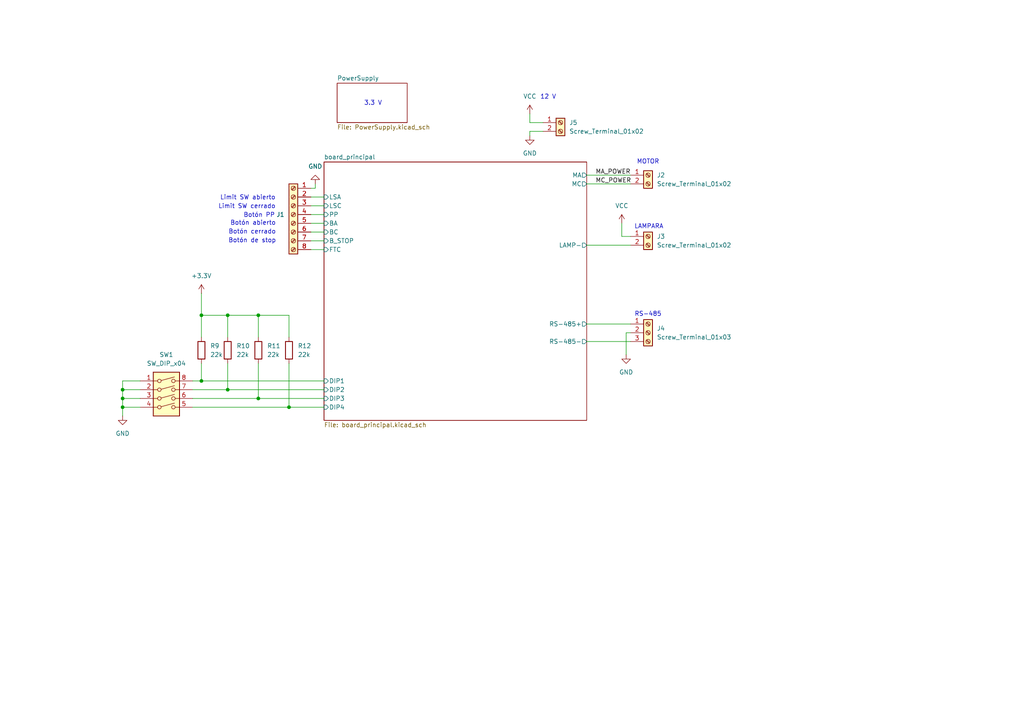
<source format=kicad_sch>
(kicad_sch
	(version 20250114)
	(generator "eeschema")
	(generator_version "9.0")
	(uuid "1b977d99-1d22-4971-9e37-13f65a474bc7")
	(paper "A4")
	(lib_symbols
		(symbol "Connector:Screw_Terminal_01x02"
			(pin_names
				(offset 1.016)
				(hide yes)
			)
			(exclude_from_sim no)
			(in_bom yes)
			(on_board yes)
			(property "Reference" "J"
				(at 0 2.54 0)
				(effects
					(font
						(size 1.27 1.27)
					)
				)
			)
			(property "Value" "Screw_Terminal_01x02"
				(at 0 -5.08 0)
				(effects
					(font
						(size 1.27 1.27)
					)
				)
			)
			(property "Footprint" ""
				(at 0 0 0)
				(effects
					(font
						(size 1.27 1.27)
					)
					(hide yes)
				)
			)
			(property "Datasheet" "~"
				(at 0 0 0)
				(effects
					(font
						(size 1.27 1.27)
					)
					(hide yes)
				)
			)
			(property "Description" "Generic screw terminal, single row, 01x02, script generated (kicad-library-utils/schlib/autogen/connector/)"
				(at 0 0 0)
				(effects
					(font
						(size 1.27 1.27)
					)
					(hide yes)
				)
			)
			(property "ki_keywords" "screw terminal"
				(at 0 0 0)
				(effects
					(font
						(size 1.27 1.27)
					)
					(hide yes)
				)
			)
			(property "ki_fp_filters" "TerminalBlock*:*"
				(at 0 0 0)
				(effects
					(font
						(size 1.27 1.27)
					)
					(hide yes)
				)
			)
			(symbol "Screw_Terminal_01x02_1_1"
				(rectangle
					(start -1.27 1.27)
					(end 1.27 -3.81)
					(stroke
						(width 0.254)
						(type default)
					)
					(fill
						(type background)
					)
				)
				(polyline
					(pts
						(xy -0.5334 0.3302) (xy 0.3302 -0.508)
					)
					(stroke
						(width 0.1524)
						(type default)
					)
					(fill
						(type none)
					)
				)
				(polyline
					(pts
						(xy -0.5334 -2.2098) (xy 0.3302 -3.048)
					)
					(stroke
						(width 0.1524)
						(type default)
					)
					(fill
						(type none)
					)
				)
				(polyline
					(pts
						(xy -0.3556 0.508) (xy 0.508 -0.3302)
					)
					(stroke
						(width 0.1524)
						(type default)
					)
					(fill
						(type none)
					)
				)
				(polyline
					(pts
						(xy -0.3556 -2.032) (xy 0.508 -2.8702)
					)
					(stroke
						(width 0.1524)
						(type default)
					)
					(fill
						(type none)
					)
				)
				(circle
					(center 0 0)
					(radius 0.635)
					(stroke
						(width 0.1524)
						(type default)
					)
					(fill
						(type none)
					)
				)
				(circle
					(center 0 -2.54)
					(radius 0.635)
					(stroke
						(width 0.1524)
						(type default)
					)
					(fill
						(type none)
					)
				)
				(pin passive line
					(at -5.08 0 0)
					(length 3.81)
					(name "Pin_1"
						(effects
							(font
								(size 1.27 1.27)
							)
						)
					)
					(number "1"
						(effects
							(font
								(size 1.27 1.27)
							)
						)
					)
				)
				(pin passive line
					(at -5.08 -2.54 0)
					(length 3.81)
					(name "Pin_2"
						(effects
							(font
								(size 1.27 1.27)
							)
						)
					)
					(number "2"
						(effects
							(font
								(size 1.27 1.27)
							)
						)
					)
				)
			)
			(embedded_fonts no)
		)
		(symbol "Connector:Screw_Terminal_01x03"
			(pin_names
				(offset 1.016)
				(hide yes)
			)
			(exclude_from_sim no)
			(in_bom yes)
			(on_board yes)
			(property "Reference" "J"
				(at 0 5.08 0)
				(effects
					(font
						(size 1.27 1.27)
					)
				)
			)
			(property "Value" "Screw_Terminal_01x03"
				(at 0 -5.08 0)
				(effects
					(font
						(size 1.27 1.27)
					)
				)
			)
			(property "Footprint" ""
				(at 0 0 0)
				(effects
					(font
						(size 1.27 1.27)
					)
					(hide yes)
				)
			)
			(property "Datasheet" "~"
				(at 0 0 0)
				(effects
					(font
						(size 1.27 1.27)
					)
					(hide yes)
				)
			)
			(property "Description" "Generic screw terminal, single row, 01x03, script generated (kicad-library-utils/schlib/autogen/connector/)"
				(at 0 0 0)
				(effects
					(font
						(size 1.27 1.27)
					)
					(hide yes)
				)
			)
			(property "ki_keywords" "screw terminal"
				(at 0 0 0)
				(effects
					(font
						(size 1.27 1.27)
					)
					(hide yes)
				)
			)
			(property "ki_fp_filters" "TerminalBlock*:*"
				(at 0 0 0)
				(effects
					(font
						(size 1.27 1.27)
					)
					(hide yes)
				)
			)
			(symbol "Screw_Terminal_01x03_1_1"
				(rectangle
					(start -1.27 3.81)
					(end 1.27 -3.81)
					(stroke
						(width 0.254)
						(type default)
					)
					(fill
						(type background)
					)
				)
				(polyline
					(pts
						(xy -0.5334 2.8702) (xy 0.3302 2.032)
					)
					(stroke
						(width 0.1524)
						(type default)
					)
					(fill
						(type none)
					)
				)
				(polyline
					(pts
						(xy -0.5334 0.3302) (xy 0.3302 -0.508)
					)
					(stroke
						(width 0.1524)
						(type default)
					)
					(fill
						(type none)
					)
				)
				(polyline
					(pts
						(xy -0.5334 -2.2098) (xy 0.3302 -3.048)
					)
					(stroke
						(width 0.1524)
						(type default)
					)
					(fill
						(type none)
					)
				)
				(polyline
					(pts
						(xy -0.3556 3.048) (xy 0.508 2.2098)
					)
					(stroke
						(width 0.1524)
						(type default)
					)
					(fill
						(type none)
					)
				)
				(polyline
					(pts
						(xy -0.3556 0.508) (xy 0.508 -0.3302)
					)
					(stroke
						(width 0.1524)
						(type default)
					)
					(fill
						(type none)
					)
				)
				(polyline
					(pts
						(xy -0.3556 -2.032) (xy 0.508 -2.8702)
					)
					(stroke
						(width 0.1524)
						(type default)
					)
					(fill
						(type none)
					)
				)
				(circle
					(center 0 2.54)
					(radius 0.635)
					(stroke
						(width 0.1524)
						(type default)
					)
					(fill
						(type none)
					)
				)
				(circle
					(center 0 0)
					(radius 0.635)
					(stroke
						(width 0.1524)
						(type default)
					)
					(fill
						(type none)
					)
				)
				(circle
					(center 0 -2.54)
					(radius 0.635)
					(stroke
						(width 0.1524)
						(type default)
					)
					(fill
						(type none)
					)
				)
				(pin passive line
					(at -5.08 2.54 0)
					(length 3.81)
					(name "Pin_1"
						(effects
							(font
								(size 1.27 1.27)
							)
						)
					)
					(number "1"
						(effects
							(font
								(size 1.27 1.27)
							)
						)
					)
				)
				(pin passive line
					(at -5.08 0 0)
					(length 3.81)
					(name "Pin_2"
						(effects
							(font
								(size 1.27 1.27)
							)
						)
					)
					(number "2"
						(effects
							(font
								(size 1.27 1.27)
							)
						)
					)
				)
				(pin passive line
					(at -5.08 -2.54 0)
					(length 3.81)
					(name "Pin_3"
						(effects
							(font
								(size 1.27 1.27)
							)
						)
					)
					(number "3"
						(effects
							(font
								(size 1.27 1.27)
							)
						)
					)
				)
			)
			(embedded_fonts no)
		)
		(symbol "Connector:Screw_Terminal_01x08"
			(pin_names
				(offset 1.016)
				(hide yes)
			)
			(exclude_from_sim no)
			(in_bom yes)
			(on_board yes)
			(property "Reference" "J"
				(at 0 10.16 0)
				(effects
					(font
						(size 1.27 1.27)
					)
				)
			)
			(property "Value" "Screw_Terminal_01x08"
				(at 0 -12.7 0)
				(effects
					(font
						(size 1.27 1.27)
					)
				)
			)
			(property "Footprint" ""
				(at 0 0 0)
				(effects
					(font
						(size 1.27 1.27)
					)
					(hide yes)
				)
			)
			(property "Datasheet" "~"
				(at 0 0 0)
				(effects
					(font
						(size 1.27 1.27)
					)
					(hide yes)
				)
			)
			(property "Description" "Generic screw terminal, single row, 01x08, script generated (kicad-library-utils/schlib/autogen/connector/)"
				(at 0 0 0)
				(effects
					(font
						(size 1.27 1.27)
					)
					(hide yes)
				)
			)
			(property "ki_keywords" "screw terminal"
				(at 0 0 0)
				(effects
					(font
						(size 1.27 1.27)
					)
					(hide yes)
				)
			)
			(property "ki_fp_filters" "TerminalBlock*:*"
				(at 0 0 0)
				(effects
					(font
						(size 1.27 1.27)
					)
					(hide yes)
				)
			)
			(symbol "Screw_Terminal_01x08_1_1"
				(rectangle
					(start -1.27 8.89)
					(end 1.27 -11.43)
					(stroke
						(width 0.254)
						(type default)
					)
					(fill
						(type background)
					)
				)
				(polyline
					(pts
						(xy -0.5334 7.9502) (xy 0.3302 7.112)
					)
					(stroke
						(width 0.1524)
						(type default)
					)
					(fill
						(type none)
					)
				)
				(polyline
					(pts
						(xy -0.5334 5.4102) (xy 0.3302 4.572)
					)
					(stroke
						(width 0.1524)
						(type default)
					)
					(fill
						(type none)
					)
				)
				(polyline
					(pts
						(xy -0.5334 2.8702) (xy 0.3302 2.032)
					)
					(stroke
						(width 0.1524)
						(type default)
					)
					(fill
						(type none)
					)
				)
				(polyline
					(pts
						(xy -0.5334 0.3302) (xy 0.3302 -0.508)
					)
					(stroke
						(width 0.1524)
						(type default)
					)
					(fill
						(type none)
					)
				)
				(polyline
					(pts
						(xy -0.5334 -2.2098) (xy 0.3302 -3.048)
					)
					(stroke
						(width 0.1524)
						(type default)
					)
					(fill
						(type none)
					)
				)
				(polyline
					(pts
						(xy -0.5334 -4.7498) (xy 0.3302 -5.588)
					)
					(stroke
						(width 0.1524)
						(type default)
					)
					(fill
						(type none)
					)
				)
				(polyline
					(pts
						(xy -0.5334 -7.2898) (xy 0.3302 -8.128)
					)
					(stroke
						(width 0.1524)
						(type default)
					)
					(fill
						(type none)
					)
				)
				(polyline
					(pts
						(xy -0.5334 -9.8298) (xy 0.3302 -10.668)
					)
					(stroke
						(width 0.1524)
						(type default)
					)
					(fill
						(type none)
					)
				)
				(polyline
					(pts
						(xy -0.3556 8.128) (xy 0.508 7.2898)
					)
					(stroke
						(width 0.1524)
						(type default)
					)
					(fill
						(type none)
					)
				)
				(polyline
					(pts
						(xy -0.3556 5.588) (xy 0.508 4.7498)
					)
					(stroke
						(width 0.1524)
						(type default)
					)
					(fill
						(type none)
					)
				)
				(polyline
					(pts
						(xy -0.3556 3.048) (xy 0.508 2.2098)
					)
					(stroke
						(width 0.1524)
						(type default)
					)
					(fill
						(type none)
					)
				)
				(polyline
					(pts
						(xy -0.3556 0.508) (xy 0.508 -0.3302)
					)
					(stroke
						(width 0.1524)
						(type default)
					)
					(fill
						(type none)
					)
				)
				(polyline
					(pts
						(xy -0.3556 -2.032) (xy 0.508 -2.8702)
					)
					(stroke
						(width 0.1524)
						(type default)
					)
					(fill
						(type none)
					)
				)
				(polyline
					(pts
						(xy -0.3556 -4.572) (xy 0.508 -5.4102)
					)
					(stroke
						(width 0.1524)
						(type default)
					)
					(fill
						(type none)
					)
				)
				(polyline
					(pts
						(xy -0.3556 -7.112) (xy 0.508 -7.9502)
					)
					(stroke
						(width 0.1524)
						(type default)
					)
					(fill
						(type none)
					)
				)
				(polyline
					(pts
						(xy -0.3556 -9.652) (xy 0.508 -10.4902)
					)
					(stroke
						(width 0.1524)
						(type default)
					)
					(fill
						(type none)
					)
				)
				(circle
					(center 0 7.62)
					(radius 0.635)
					(stroke
						(width 0.1524)
						(type default)
					)
					(fill
						(type none)
					)
				)
				(circle
					(center 0 5.08)
					(radius 0.635)
					(stroke
						(width 0.1524)
						(type default)
					)
					(fill
						(type none)
					)
				)
				(circle
					(center 0 2.54)
					(radius 0.635)
					(stroke
						(width 0.1524)
						(type default)
					)
					(fill
						(type none)
					)
				)
				(circle
					(center 0 0)
					(radius 0.635)
					(stroke
						(width 0.1524)
						(type default)
					)
					(fill
						(type none)
					)
				)
				(circle
					(center 0 -2.54)
					(radius 0.635)
					(stroke
						(width 0.1524)
						(type default)
					)
					(fill
						(type none)
					)
				)
				(circle
					(center 0 -5.08)
					(radius 0.635)
					(stroke
						(width 0.1524)
						(type default)
					)
					(fill
						(type none)
					)
				)
				(circle
					(center 0 -7.62)
					(radius 0.635)
					(stroke
						(width 0.1524)
						(type default)
					)
					(fill
						(type none)
					)
				)
				(circle
					(center 0 -10.16)
					(radius 0.635)
					(stroke
						(width 0.1524)
						(type default)
					)
					(fill
						(type none)
					)
				)
				(pin passive line
					(at -5.08 7.62 0)
					(length 3.81)
					(name "Pin_1"
						(effects
							(font
								(size 1.27 1.27)
							)
						)
					)
					(number "1"
						(effects
							(font
								(size 1.27 1.27)
							)
						)
					)
				)
				(pin passive line
					(at -5.08 5.08 0)
					(length 3.81)
					(name "Pin_2"
						(effects
							(font
								(size 1.27 1.27)
							)
						)
					)
					(number "2"
						(effects
							(font
								(size 1.27 1.27)
							)
						)
					)
				)
				(pin passive line
					(at -5.08 2.54 0)
					(length 3.81)
					(name "Pin_3"
						(effects
							(font
								(size 1.27 1.27)
							)
						)
					)
					(number "3"
						(effects
							(font
								(size 1.27 1.27)
							)
						)
					)
				)
				(pin passive line
					(at -5.08 0 0)
					(length 3.81)
					(name "Pin_4"
						(effects
							(font
								(size 1.27 1.27)
							)
						)
					)
					(number "4"
						(effects
							(font
								(size 1.27 1.27)
							)
						)
					)
				)
				(pin passive line
					(at -5.08 -2.54 0)
					(length 3.81)
					(name "Pin_5"
						(effects
							(font
								(size 1.27 1.27)
							)
						)
					)
					(number "5"
						(effects
							(font
								(size 1.27 1.27)
							)
						)
					)
				)
				(pin passive line
					(at -5.08 -5.08 0)
					(length 3.81)
					(name "Pin_6"
						(effects
							(font
								(size 1.27 1.27)
							)
						)
					)
					(number "6"
						(effects
							(font
								(size 1.27 1.27)
							)
						)
					)
				)
				(pin passive line
					(at -5.08 -7.62 0)
					(length 3.81)
					(name "Pin_7"
						(effects
							(font
								(size 1.27 1.27)
							)
						)
					)
					(number "7"
						(effects
							(font
								(size 1.27 1.27)
							)
						)
					)
				)
				(pin passive line
					(at -5.08 -10.16 0)
					(length 3.81)
					(name "Pin_8"
						(effects
							(font
								(size 1.27 1.27)
							)
						)
					)
					(number "8"
						(effects
							(font
								(size 1.27 1.27)
							)
						)
					)
				)
			)
			(embedded_fonts no)
		)
		(symbol "Device:R"
			(pin_numbers
				(hide yes)
			)
			(pin_names
				(offset 0)
			)
			(exclude_from_sim no)
			(in_bom yes)
			(on_board yes)
			(property "Reference" "R"
				(at 2.032 0 90)
				(effects
					(font
						(size 1.27 1.27)
					)
				)
			)
			(property "Value" "R"
				(at 0 0 90)
				(effects
					(font
						(size 1.27 1.27)
					)
				)
			)
			(property "Footprint" ""
				(at -1.778 0 90)
				(effects
					(font
						(size 1.27 1.27)
					)
					(hide yes)
				)
			)
			(property "Datasheet" "~"
				(at 0 0 0)
				(effects
					(font
						(size 1.27 1.27)
					)
					(hide yes)
				)
			)
			(property "Description" "Resistor"
				(at 0 0 0)
				(effects
					(font
						(size 1.27 1.27)
					)
					(hide yes)
				)
			)
			(property "ki_keywords" "R res resistor"
				(at 0 0 0)
				(effects
					(font
						(size 1.27 1.27)
					)
					(hide yes)
				)
			)
			(property "ki_fp_filters" "R_*"
				(at 0 0 0)
				(effects
					(font
						(size 1.27 1.27)
					)
					(hide yes)
				)
			)
			(symbol "R_0_1"
				(rectangle
					(start -1.016 -2.54)
					(end 1.016 2.54)
					(stroke
						(width 0.254)
						(type default)
					)
					(fill
						(type none)
					)
				)
			)
			(symbol "R_1_1"
				(pin passive line
					(at 0 3.81 270)
					(length 1.27)
					(name "~"
						(effects
							(font
								(size 1.27 1.27)
							)
						)
					)
					(number "1"
						(effects
							(font
								(size 1.27 1.27)
							)
						)
					)
				)
				(pin passive line
					(at 0 -3.81 90)
					(length 1.27)
					(name "~"
						(effects
							(font
								(size 1.27 1.27)
							)
						)
					)
					(number "2"
						(effects
							(font
								(size 1.27 1.27)
							)
						)
					)
				)
			)
			(embedded_fonts no)
		)
		(symbol "Switch:SW_DIP_x04"
			(pin_names
				(offset 0)
				(hide yes)
			)
			(exclude_from_sim no)
			(in_bom yes)
			(on_board yes)
			(property "Reference" "SW"
				(at 0 8.89 0)
				(effects
					(font
						(size 1.27 1.27)
					)
				)
			)
			(property "Value" "SW_DIP_x04"
				(at 0 -6.35 0)
				(effects
					(font
						(size 1.27 1.27)
					)
				)
			)
			(property "Footprint" ""
				(at 0 0 0)
				(effects
					(font
						(size 1.27 1.27)
					)
					(hide yes)
				)
			)
			(property "Datasheet" "~"
				(at 0 0 0)
				(effects
					(font
						(size 1.27 1.27)
					)
					(hide yes)
				)
			)
			(property "Description" "4x DIP Switch, Single Pole Single Throw (SPST) switch, small symbol"
				(at 0 0 0)
				(effects
					(font
						(size 1.27 1.27)
					)
					(hide yes)
				)
			)
			(property "ki_keywords" "dip switch"
				(at 0 0 0)
				(effects
					(font
						(size 1.27 1.27)
					)
					(hide yes)
				)
			)
			(property "ki_fp_filters" "SW?DIP?x4*"
				(at 0 0 0)
				(effects
					(font
						(size 1.27 1.27)
					)
					(hide yes)
				)
			)
			(symbol "SW_DIP_x04_0_0"
				(circle
					(center -2.032 5.08)
					(radius 0.508)
					(stroke
						(width 0)
						(type default)
					)
					(fill
						(type none)
					)
				)
				(circle
					(center -2.032 2.54)
					(radius 0.508)
					(stroke
						(width 0)
						(type default)
					)
					(fill
						(type none)
					)
				)
				(circle
					(center -2.032 0)
					(radius 0.508)
					(stroke
						(width 0)
						(type default)
					)
					(fill
						(type none)
					)
				)
				(circle
					(center -2.032 -2.54)
					(radius 0.508)
					(stroke
						(width 0)
						(type default)
					)
					(fill
						(type none)
					)
				)
				(polyline
					(pts
						(xy -1.524 5.207) (xy 2.3622 6.2484)
					)
					(stroke
						(width 0)
						(type default)
					)
					(fill
						(type none)
					)
				)
				(polyline
					(pts
						(xy -1.524 2.667) (xy 2.3622 3.7084)
					)
					(stroke
						(width 0)
						(type default)
					)
					(fill
						(type none)
					)
				)
				(polyline
					(pts
						(xy -1.524 0.127) (xy 2.3622 1.1684)
					)
					(stroke
						(width 0)
						(type default)
					)
					(fill
						(type none)
					)
				)
				(polyline
					(pts
						(xy -1.524 -2.3876) (xy 2.3622 -1.3462)
					)
					(stroke
						(width 0)
						(type default)
					)
					(fill
						(type none)
					)
				)
				(circle
					(center 2.032 5.08)
					(radius 0.508)
					(stroke
						(width 0)
						(type default)
					)
					(fill
						(type none)
					)
				)
				(circle
					(center 2.032 2.54)
					(radius 0.508)
					(stroke
						(width 0)
						(type default)
					)
					(fill
						(type none)
					)
				)
				(circle
					(center 2.032 0)
					(radius 0.508)
					(stroke
						(width 0)
						(type default)
					)
					(fill
						(type none)
					)
				)
				(circle
					(center 2.032 -2.54)
					(radius 0.508)
					(stroke
						(width 0)
						(type default)
					)
					(fill
						(type none)
					)
				)
			)
			(symbol "SW_DIP_x04_0_1"
				(rectangle
					(start -3.81 7.62)
					(end 3.81 -5.08)
					(stroke
						(width 0.254)
						(type default)
					)
					(fill
						(type background)
					)
				)
			)
			(symbol "SW_DIP_x04_1_1"
				(pin passive line
					(at -7.62 5.08 0)
					(length 5.08)
					(name "~"
						(effects
							(font
								(size 1.27 1.27)
							)
						)
					)
					(number "1"
						(effects
							(font
								(size 1.27 1.27)
							)
						)
					)
				)
				(pin passive line
					(at -7.62 2.54 0)
					(length 5.08)
					(name "~"
						(effects
							(font
								(size 1.27 1.27)
							)
						)
					)
					(number "2"
						(effects
							(font
								(size 1.27 1.27)
							)
						)
					)
				)
				(pin passive line
					(at -7.62 0 0)
					(length 5.08)
					(name "~"
						(effects
							(font
								(size 1.27 1.27)
							)
						)
					)
					(number "3"
						(effects
							(font
								(size 1.27 1.27)
							)
						)
					)
				)
				(pin passive line
					(at -7.62 -2.54 0)
					(length 5.08)
					(name "~"
						(effects
							(font
								(size 1.27 1.27)
							)
						)
					)
					(number "4"
						(effects
							(font
								(size 1.27 1.27)
							)
						)
					)
				)
				(pin passive line
					(at 7.62 5.08 180)
					(length 5.08)
					(name "~"
						(effects
							(font
								(size 1.27 1.27)
							)
						)
					)
					(number "8"
						(effects
							(font
								(size 1.27 1.27)
							)
						)
					)
				)
				(pin passive line
					(at 7.62 2.54 180)
					(length 5.08)
					(name "~"
						(effects
							(font
								(size 1.27 1.27)
							)
						)
					)
					(number "7"
						(effects
							(font
								(size 1.27 1.27)
							)
						)
					)
				)
				(pin passive line
					(at 7.62 0 180)
					(length 5.08)
					(name "~"
						(effects
							(font
								(size 1.27 1.27)
							)
						)
					)
					(number "6"
						(effects
							(font
								(size 1.27 1.27)
							)
						)
					)
				)
				(pin passive line
					(at 7.62 -2.54 180)
					(length 5.08)
					(name "~"
						(effects
							(font
								(size 1.27 1.27)
							)
						)
					)
					(number "5"
						(effects
							(font
								(size 1.27 1.27)
							)
						)
					)
				)
			)
			(embedded_fonts no)
		)
		(symbol "power:+3.3V"
			(power)
			(pin_numbers
				(hide yes)
			)
			(pin_names
				(offset 0)
				(hide yes)
			)
			(exclude_from_sim no)
			(in_bom yes)
			(on_board yes)
			(property "Reference" "#PWR"
				(at 0 -3.81 0)
				(effects
					(font
						(size 1.27 1.27)
					)
					(hide yes)
				)
			)
			(property "Value" "+3.3V"
				(at 0 3.556 0)
				(effects
					(font
						(size 1.27 1.27)
					)
				)
			)
			(property "Footprint" ""
				(at 0 0 0)
				(effects
					(font
						(size 1.27 1.27)
					)
					(hide yes)
				)
			)
			(property "Datasheet" ""
				(at 0 0 0)
				(effects
					(font
						(size 1.27 1.27)
					)
					(hide yes)
				)
			)
			(property "Description" "Power symbol creates a global label with name \"+3.3V\""
				(at 0 0 0)
				(effects
					(font
						(size 1.27 1.27)
					)
					(hide yes)
				)
			)
			(property "ki_keywords" "global power"
				(at 0 0 0)
				(effects
					(font
						(size 1.27 1.27)
					)
					(hide yes)
				)
			)
			(symbol "+3.3V_0_1"
				(polyline
					(pts
						(xy -0.762 1.27) (xy 0 2.54)
					)
					(stroke
						(width 0)
						(type default)
					)
					(fill
						(type none)
					)
				)
				(polyline
					(pts
						(xy 0 2.54) (xy 0.762 1.27)
					)
					(stroke
						(width 0)
						(type default)
					)
					(fill
						(type none)
					)
				)
				(polyline
					(pts
						(xy 0 0) (xy 0 2.54)
					)
					(stroke
						(width 0)
						(type default)
					)
					(fill
						(type none)
					)
				)
			)
			(symbol "+3.3V_1_1"
				(pin power_in line
					(at 0 0 90)
					(length 0)
					(name "~"
						(effects
							(font
								(size 1.27 1.27)
							)
						)
					)
					(number "1"
						(effects
							(font
								(size 1.27 1.27)
							)
						)
					)
				)
			)
			(embedded_fonts no)
		)
		(symbol "power:GND"
			(power)
			(pin_numbers
				(hide yes)
			)
			(pin_names
				(offset 0)
				(hide yes)
			)
			(exclude_from_sim no)
			(in_bom yes)
			(on_board yes)
			(property "Reference" "#PWR"
				(at 0 -6.35 0)
				(effects
					(font
						(size 1.27 1.27)
					)
					(hide yes)
				)
			)
			(property "Value" "GND"
				(at 0 -3.81 0)
				(effects
					(font
						(size 1.27 1.27)
					)
				)
			)
			(property "Footprint" ""
				(at 0 0 0)
				(effects
					(font
						(size 1.27 1.27)
					)
					(hide yes)
				)
			)
			(property "Datasheet" ""
				(at 0 0 0)
				(effects
					(font
						(size 1.27 1.27)
					)
					(hide yes)
				)
			)
			(property "Description" "Power symbol creates a global label with name \"GND\" , ground"
				(at 0 0 0)
				(effects
					(font
						(size 1.27 1.27)
					)
					(hide yes)
				)
			)
			(property "ki_keywords" "global power"
				(at 0 0 0)
				(effects
					(font
						(size 1.27 1.27)
					)
					(hide yes)
				)
			)
			(symbol "GND_0_1"
				(polyline
					(pts
						(xy 0 0) (xy 0 -1.27) (xy 1.27 -1.27) (xy 0 -2.54) (xy -1.27 -1.27) (xy 0 -1.27)
					)
					(stroke
						(width 0)
						(type default)
					)
					(fill
						(type none)
					)
				)
			)
			(symbol "GND_1_1"
				(pin power_in line
					(at 0 0 270)
					(length 0)
					(name "~"
						(effects
							(font
								(size 1.27 1.27)
							)
						)
					)
					(number "1"
						(effects
							(font
								(size 1.27 1.27)
							)
						)
					)
				)
			)
			(embedded_fonts no)
		)
		(symbol "power:VCC"
			(power)
			(pin_numbers
				(hide yes)
			)
			(pin_names
				(offset 0)
				(hide yes)
			)
			(exclude_from_sim no)
			(in_bom yes)
			(on_board yes)
			(property "Reference" "#PWR"
				(at 0 -3.81 0)
				(effects
					(font
						(size 1.27 1.27)
					)
					(hide yes)
				)
			)
			(property "Value" "VCC"
				(at 0 3.556 0)
				(effects
					(font
						(size 1.27 1.27)
					)
				)
			)
			(property "Footprint" ""
				(at 0 0 0)
				(effects
					(font
						(size 1.27 1.27)
					)
					(hide yes)
				)
			)
			(property "Datasheet" ""
				(at 0 0 0)
				(effects
					(font
						(size 1.27 1.27)
					)
					(hide yes)
				)
			)
			(property "Description" "Power symbol creates a global label with name \"VCC\""
				(at 0 0 0)
				(effects
					(font
						(size 1.27 1.27)
					)
					(hide yes)
				)
			)
			(property "ki_keywords" "global power"
				(at 0 0 0)
				(effects
					(font
						(size 1.27 1.27)
					)
					(hide yes)
				)
			)
			(symbol "VCC_0_1"
				(polyline
					(pts
						(xy -0.762 1.27) (xy 0 2.54)
					)
					(stroke
						(width 0)
						(type default)
					)
					(fill
						(type none)
					)
				)
				(polyline
					(pts
						(xy 0 2.54) (xy 0.762 1.27)
					)
					(stroke
						(width 0)
						(type default)
					)
					(fill
						(type none)
					)
				)
				(polyline
					(pts
						(xy 0 0) (xy 0 2.54)
					)
					(stroke
						(width 0)
						(type default)
					)
					(fill
						(type none)
					)
				)
			)
			(symbol "VCC_1_1"
				(pin power_in line
					(at 0 0 90)
					(length 0)
					(name "~"
						(effects
							(font
								(size 1.27 1.27)
							)
						)
					)
					(number "1"
						(effects
							(font
								(size 1.27 1.27)
							)
						)
					)
				)
			)
			(embedded_fonts no)
		)
	)
	(text "Botón abierto\n"
		(exclude_from_sim no)
		(at 73.406 64.77 0)
		(effects
			(font
				(size 1.27 1.27)
			)
		)
		(uuid "050beb40-9896-4ce2-b053-5a7d3defb1a4")
	)
	(text "Botón cerrado"
		(exclude_from_sim no)
		(at 73.152 67.31 0)
		(effects
			(font
				(size 1.27 1.27)
			)
		)
		(uuid "12fe9894-6db1-40a4-a67b-16c6f3535e18")
	)
	(text "MOTOR"
		(exclude_from_sim no)
		(at 187.96 46.99 0)
		(effects
			(font
				(size 1.27 1.27)
			)
		)
		(uuid "3ee228aa-a70b-4e42-b2db-b01273705738")
	)
	(text "Botón PP\n"
		(exclude_from_sim no)
		(at 75.184 62.484 0)
		(effects
			(font
				(size 1.27 1.27)
			)
		)
		(uuid "4f58a2ce-1de3-4f37-837a-251dd1e3d052")
	)
	(text "LAMPARA"
		(exclude_from_sim no)
		(at 188.214 65.786 0)
		(effects
			(font
				(size 1.27 1.27)
			)
		)
		(uuid "78423322-e3e0-489c-9713-0ef3bcc13ffa")
	)
	(text "Limit SW abierto"
		(exclude_from_sim no)
		(at 71.882 57.404 0)
		(effects
			(font
				(size 1.27 1.27)
			)
		)
		(uuid "96b9aeb4-3b9b-4932-bab4-e7c89a8c0aeb")
	)
	(text "3.3 V"
		(exclude_from_sim no)
		(at 108.204 29.972 0)
		(effects
			(font
				(size 1.27 1.27)
			)
		)
		(uuid "ac8adb5d-366f-4472-80d2-a1ffe735399c")
	)
	(text "12 V\n"
		(exclude_from_sim no)
		(at 159.004 28.194 0)
		(effects
			(font
				(size 1.27 1.27)
			)
		)
		(uuid "b9f98a22-f38a-4991-bca9-6c5b1ca141ec")
	)
	(text "Botón de stop"
		(exclude_from_sim no)
		(at 73.152 69.85 0)
		(effects
			(font
				(size 1.27 1.27)
			)
		)
		(uuid "eb944e3c-4a7c-4269-a235-3731ad7fd766")
	)
	(text "Limit SW cerrado\n"
		(exclude_from_sim no)
		(at 71.628 59.944 0)
		(effects
			(font
				(size 1.27 1.27)
			)
		)
		(uuid "f0d47fee-bf75-4ae2-a055-b44d0e675add")
	)
	(text "RS-485"
		(exclude_from_sim no)
		(at 187.96 91.186 0)
		(effects
			(font
				(size 1.27 1.27)
			)
		)
		(uuid "f0f57e80-cc3f-4755-9c8d-a7e04a256058")
	)
	(junction
		(at 58.42 110.49)
		(diameter 0)
		(color 0 0 0 0)
		(uuid "215e55a2-3b39-4016-b8c5-516be7a8f37e")
	)
	(junction
		(at 35.56 113.03)
		(diameter 0)
		(color 0 0 0 0)
		(uuid "4774ae00-d303-4967-8a9c-84975bf5f704")
	)
	(junction
		(at 58.42 91.44)
		(diameter 0)
		(color 0 0 0 0)
		(uuid "547ca51d-0e23-4840-b256-8e8366dc99c0")
	)
	(junction
		(at 66.04 113.03)
		(diameter 0)
		(color 0 0 0 0)
		(uuid "7775eee8-63f8-46f5-be23-3f585c8dfbe2")
	)
	(junction
		(at 83.82 118.11)
		(diameter 0)
		(color 0 0 0 0)
		(uuid "804a4ea8-4d2e-47a5-8d88-f45bccb51810")
	)
	(junction
		(at 35.56 118.11)
		(diameter 0)
		(color 0 0 0 0)
		(uuid "9b1eb0e6-8dd7-440b-b455-29cdf273e6b5")
	)
	(junction
		(at 66.04 91.44)
		(diameter 0)
		(color 0 0 0 0)
		(uuid "a29448f2-334f-4700-895c-f999c09f7989")
	)
	(junction
		(at 74.93 91.44)
		(diameter 0)
		(color 0 0 0 0)
		(uuid "a8debdc2-62c0-4d68-9fd9-cb0203b94ee7")
	)
	(junction
		(at 35.56 115.57)
		(diameter 0)
		(color 0 0 0 0)
		(uuid "bf13c2aa-51af-4022-9d2a-d45509018451")
	)
	(junction
		(at 74.93 115.57)
		(diameter 0)
		(color 0 0 0 0)
		(uuid "d98937af-31ea-4470-a4cf-d5701969c561")
	)
	(wire
		(pts
			(xy 153.67 35.56) (xy 153.67 33.02)
		)
		(stroke
			(width 0)
			(type default)
		)
		(uuid "0ad84686-8d01-44ad-93d8-d8e04b9a95a0")
	)
	(wire
		(pts
			(xy 91.44 53.34) (xy 91.44 54.61)
		)
		(stroke
			(width 0)
			(type default)
		)
		(uuid "0f2b7f33-3240-4f30-80ba-e5b2cdedab3a")
	)
	(wire
		(pts
			(xy 90.17 59.69) (xy 93.98 59.69)
		)
		(stroke
			(width 0)
			(type default)
		)
		(uuid "106220ee-3143-4387-b85b-c5a0becaa5e5")
	)
	(wire
		(pts
			(xy 35.56 115.57) (xy 40.64 115.57)
		)
		(stroke
			(width 0)
			(type default)
		)
		(uuid "18e5b117-828e-4538-995e-74239c7d060a")
	)
	(wire
		(pts
			(xy 55.88 110.49) (xy 58.42 110.49)
		)
		(stroke
			(width 0)
			(type default)
		)
		(uuid "35d8f640-3e4b-49ca-a6f3-e7c2ef1daca4")
	)
	(wire
		(pts
			(xy 74.93 91.44) (xy 66.04 91.44)
		)
		(stroke
			(width 0)
			(type default)
		)
		(uuid "3c06c6ed-1033-4cb6-8b89-fe867fed22db")
	)
	(wire
		(pts
			(xy 83.82 91.44) (xy 74.93 91.44)
		)
		(stroke
			(width 0)
			(type default)
		)
		(uuid "3d097230-7394-4380-bbac-29097f58a736")
	)
	(wire
		(pts
			(xy 74.93 91.44) (xy 74.93 97.79)
		)
		(stroke
			(width 0)
			(type default)
		)
		(uuid "3e3fe08b-1a7e-4112-9595-fabe26ccc04e")
	)
	(wire
		(pts
			(xy 58.42 110.49) (xy 93.98 110.49)
		)
		(stroke
			(width 0)
			(type default)
		)
		(uuid "46505f6e-d4e8-45ff-a6f3-2eefae34f7ed")
	)
	(wire
		(pts
			(xy 153.67 38.1) (xy 157.48 38.1)
		)
		(stroke
			(width 0)
			(type default)
		)
		(uuid "488fee2b-bf1d-4ba1-9294-6d8ee85715aa")
	)
	(wire
		(pts
			(xy 35.56 115.57) (xy 35.56 118.11)
		)
		(stroke
			(width 0)
			(type default)
		)
		(uuid "4dda29de-519e-4b8e-9e6c-99d44f8ea566")
	)
	(wire
		(pts
			(xy 157.48 35.56) (xy 153.67 35.56)
		)
		(stroke
			(width 0)
			(type default)
		)
		(uuid "55c8a4cc-1f67-450b-a10d-553cf6c40012")
	)
	(wire
		(pts
			(xy 90.17 57.15) (xy 93.98 57.15)
		)
		(stroke
			(width 0)
			(type default)
		)
		(uuid "593c83d9-43aa-49ec-bc1f-eccc83105f49")
	)
	(wire
		(pts
			(xy 170.18 71.12) (xy 182.88 71.12)
		)
		(stroke
			(width 0)
			(type default)
		)
		(uuid "5a8e427c-cd42-4cca-8994-370cbed7b228")
	)
	(wire
		(pts
			(xy 58.42 85.09) (xy 58.42 91.44)
		)
		(stroke
			(width 0)
			(type default)
		)
		(uuid "63def379-21d1-46f0-8375-f14fed8a9b1b")
	)
	(wire
		(pts
			(xy 90.17 64.77) (xy 93.98 64.77)
		)
		(stroke
			(width 0)
			(type default)
		)
		(uuid "670bfa2b-a97b-4d97-905c-262b112a5c28")
	)
	(wire
		(pts
			(xy 66.04 113.03) (xy 93.98 113.03)
		)
		(stroke
			(width 0)
			(type default)
		)
		(uuid "696fa4f8-22c8-449a-888b-d847dd6d53c9")
	)
	(wire
		(pts
			(xy 181.61 96.52) (xy 181.61 102.87)
		)
		(stroke
			(width 0)
			(type default)
		)
		(uuid "6aca7607-0429-4012-87b9-ac243a581e77")
	)
	(wire
		(pts
			(xy 58.42 91.44) (xy 58.42 97.79)
		)
		(stroke
			(width 0)
			(type default)
		)
		(uuid "6e116a70-bb0d-4015-afa2-ace7c91cbc05")
	)
	(wire
		(pts
			(xy 74.93 115.57) (xy 93.98 115.57)
		)
		(stroke
			(width 0)
			(type default)
		)
		(uuid "77905982-78db-4db0-9a60-b011a61aee98")
	)
	(wire
		(pts
			(xy 83.82 105.41) (xy 83.82 118.11)
		)
		(stroke
			(width 0)
			(type default)
		)
		(uuid "784d3018-e51e-4a7a-9ba9-4851c1dcc10b")
	)
	(wire
		(pts
			(xy 90.17 67.31) (xy 93.98 67.31)
		)
		(stroke
			(width 0)
			(type default)
		)
		(uuid "7a4a3ecb-8ead-44d7-9e69-dd6c678ea887")
	)
	(wire
		(pts
			(xy 182.88 68.58) (xy 180.34 68.58)
		)
		(stroke
			(width 0)
			(type default)
		)
		(uuid "7a63ef4b-a411-4838-b4fd-e40916236950")
	)
	(wire
		(pts
			(xy 66.04 91.44) (xy 66.04 97.79)
		)
		(stroke
			(width 0)
			(type default)
		)
		(uuid "7b04d0e8-e2f7-43d4-ba44-bf956d49c0d7")
	)
	(wire
		(pts
			(xy 83.82 118.11) (xy 93.98 118.11)
		)
		(stroke
			(width 0)
			(type default)
		)
		(uuid "8370dd80-9fe1-4e0b-b6f8-8a697a10d2e0")
	)
	(wire
		(pts
			(xy 153.67 39.37) (xy 153.67 38.1)
		)
		(stroke
			(width 0)
			(type default)
		)
		(uuid "8a93edf8-c638-4f96-9108-3a5dfccf6d83")
	)
	(wire
		(pts
			(xy 90.17 69.85) (xy 93.98 69.85)
		)
		(stroke
			(width 0)
			(type default)
		)
		(uuid "8db54b8f-a0df-4ead-b576-d4f8b26d0a7f")
	)
	(wire
		(pts
			(xy 170.18 53.34) (xy 182.88 53.34)
		)
		(stroke
			(width 0)
			(type default)
		)
		(uuid "90f2cc17-65d7-435c-8bf8-3250bfb104ab")
	)
	(wire
		(pts
			(xy 55.88 113.03) (xy 66.04 113.03)
		)
		(stroke
			(width 0)
			(type default)
		)
		(uuid "9983dd0b-74a0-4139-a434-9de11d511b7d")
	)
	(wire
		(pts
			(xy 55.88 115.57) (xy 74.93 115.57)
		)
		(stroke
			(width 0)
			(type default)
		)
		(uuid "9b2a74e2-19ae-462b-b2ae-172cf19c2dec")
	)
	(wire
		(pts
			(xy 58.42 105.41) (xy 58.42 110.49)
		)
		(stroke
			(width 0)
			(type default)
		)
		(uuid "b17aa2ff-26df-4b27-8458-a0a420383ea5")
	)
	(wire
		(pts
			(xy 35.56 118.11) (xy 35.56 120.65)
		)
		(stroke
			(width 0)
			(type default)
		)
		(uuid "c1920b64-5125-4591-bf8e-5fbb06d7fc9d")
	)
	(wire
		(pts
			(xy 83.82 97.79) (xy 83.82 91.44)
		)
		(stroke
			(width 0)
			(type default)
		)
		(uuid "d1867945-db15-44d9-82d3-40824a5e6312")
	)
	(wire
		(pts
			(xy 35.56 113.03) (xy 40.64 113.03)
		)
		(stroke
			(width 0)
			(type default)
		)
		(uuid "d4a38c98-0b52-40fe-94f9-597ae87c927c")
	)
	(wire
		(pts
			(xy 180.34 68.58) (xy 180.34 64.77)
		)
		(stroke
			(width 0)
			(type default)
		)
		(uuid "dcc122a3-cccb-4eb4-b172-8fbe1a3a26e9")
	)
	(wire
		(pts
			(xy 66.04 105.41) (xy 66.04 113.03)
		)
		(stroke
			(width 0)
			(type default)
		)
		(uuid "e0a6c02b-d8bb-45d6-a850-76c01c06efc4")
	)
	(wire
		(pts
			(xy 182.88 96.52) (xy 181.61 96.52)
		)
		(stroke
			(width 0)
			(type default)
		)
		(uuid "e22a7396-f019-43f5-90dc-e6e715e4050e")
	)
	(wire
		(pts
			(xy 55.88 118.11) (xy 83.82 118.11)
		)
		(stroke
			(width 0)
			(type default)
		)
		(uuid "e3633771-e3a6-4e5c-8519-774aaab4f5e5")
	)
	(wire
		(pts
			(xy 91.44 54.61) (xy 90.17 54.61)
		)
		(stroke
			(width 0)
			(type default)
		)
		(uuid "e4fd76bd-2ed8-4eff-81a2-a953669b7f8c")
	)
	(wire
		(pts
			(xy 90.17 72.39) (xy 93.98 72.39)
		)
		(stroke
			(width 0)
			(type default)
		)
		(uuid "e75e4cc5-79ce-4fe6-b302-c17470ca9baf")
	)
	(wire
		(pts
			(xy 74.93 105.41) (xy 74.93 115.57)
		)
		(stroke
			(width 0)
			(type default)
		)
		(uuid "e79fc88b-3a0b-4bab-9e13-72b113d282e8")
	)
	(wire
		(pts
			(xy 40.64 110.49) (xy 35.56 110.49)
		)
		(stroke
			(width 0)
			(type default)
		)
		(uuid "e8b467b0-7c67-4d46-9684-d2f96c3f07d7")
	)
	(wire
		(pts
			(xy 90.17 62.23) (xy 93.98 62.23)
		)
		(stroke
			(width 0)
			(type default)
		)
		(uuid "e8f09491-0c2e-470a-8c92-bf54dfd94d12")
	)
	(wire
		(pts
			(xy 35.56 113.03) (xy 35.56 115.57)
		)
		(stroke
			(width 0)
			(type default)
		)
		(uuid "f132bda8-3a4f-466a-a3ed-c16f41eb3ba9")
	)
	(wire
		(pts
			(xy 35.56 110.49) (xy 35.56 113.03)
		)
		(stroke
			(width 0)
			(type default)
		)
		(uuid "f19c5274-6914-4214-b573-f9199d0beafa")
	)
	(wire
		(pts
			(xy 66.04 91.44) (xy 58.42 91.44)
		)
		(stroke
			(width 0)
			(type default)
		)
		(uuid "f20c3169-8428-4739-903e-9352861b55da")
	)
	(wire
		(pts
			(xy 170.18 93.98) (xy 182.88 93.98)
		)
		(stroke
			(width 0)
			(type default)
		)
		(uuid "f6171b0d-34f9-4eb1-bf7b-ae0011b4112e")
	)
	(wire
		(pts
			(xy 35.56 118.11) (xy 40.64 118.11)
		)
		(stroke
			(width 0)
			(type default)
		)
		(uuid "f68e5795-9dff-4ce2-971a-05241fd3e9ad")
	)
	(wire
		(pts
			(xy 170.18 50.8) (xy 182.88 50.8)
		)
		(stroke
			(width 0)
			(type default)
		)
		(uuid "f6dc35fe-c0aa-45a8-81a6-45f886763afe")
	)
	(wire
		(pts
			(xy 170.18 99.06) (xy 182.88 99.06)
		)
		(stroke
			(width 0)
			(type default)
		)
		(uuid "ff884830-fbbf-4841-9e34-e4386aa8597b")
	)
	(label "MA_POWER"
		(at 172.72 50.8 0)
		(effects
			(font
				(size 1.27 1.27)
			)
			(justify left bottom)
		)
		(uuid "0ab99d44-ce36-4df3-b249-e8f2860baa47")
	)
	(label "MC_POWER"
		(at 172.72 53.34 0)
		(effects
			(font
				(size 1.27 1.27)
			)
			(justify left bottom)
		)
		(uuid "6d3702bf-905f-41b8-9663-e771ad47e1b2")
	)
	(symbol
		(lib_id "Device:R")
		(at 58.42 101.6 0)
		(unit 1)
		(exclude_from_sim no)
		(in_bom yes)
		(on_board yes)
		(dnp no)
		(fields_autoplaced yes)
		(uuid "13c3982d-9d86-4c47-9eaa-e58d111ad428")
		(property "Reference" "R9"
			(at 60.96 100.3299 0)
			(effects
				(font
					(size 1.27 1.27)
				)
				(justify left)
			)
		)
		(property "Value" "22k"
			(at 60.96 102.8699 0)
			(effects
				(font
					(size 1.27 1.27)
				)
				(justify left)
			)
		)
		(property "Footprint" "Resistor_SMD:R_0201_0603Metric"
			(at 56.642 101.6 90)
			(effects
				(font
					(size 1.27 1.27)
				)
				(hide yes)
			)
		)
		(property "Datasheet" "~"
			(at 58.42 101.6 0)
			(effects
				(font
					(size 1.27 1.27)
				)
				(hide yes)
			)
		)
		(property "Description" "Resistor"
			(at 58.42 101.6 0)
			(effects
				(font
					(size 1.27 1.27)
				)
				(hide yes)
			)
		)
		(pin "2"
			(uuid "98928358-c9ea-4438-8c9c-91d4b5a26497")
		)
		(pin "1"
			(uuid "6bf4a069-9c37-45bf-ab67-a6fb08b12fb2")
		)
		(instances
			(project ""
				(path "/1b977d99-1d22-4971-9e37-13f65a474bc7"
					(reference "R9")
					(unit 1)
				)
			)
		)
	)
	(symbol
		(lib_id "Connector:Screw_Terminal_01x03")
		(at 187.96 96.52 0)
		(unit 1)
		(exclude_from_sim no)
		(in_bom yes)
		(on_board yes)
		(dnp no)
		(fields_autoplaced yes)
		(uuid "18039773-52d5-40cb-ad36-4b78f1afe0c0")
		(property "Reference" "J4"
			(at 190.5 95.2499 0)
			(effects
				(font
					(size 1.27 1.27)
				)
				(justify left)
			)
		)
		(property "Value" "Screw_Terminal_01x03"
			(at 190.5 97.7899 0)
			(effects
				(font
					(size 1.27 1.27)
				)
				(justify left)
			)
		)
		(property "Footprint" "TerminalBlock:TerminalBlock_Altech_AK300-3_P5.00mm"
			(at 187.96 96.52 0)
			(effects
				(font
					(size 1.27 1.27)
				)
				(hide yes)
			)
		)
		(property "Datasheet" "~"
			(at 187.96 96.52 0)
			(effects
				(font
					(size 1.27 1.27)
				)
				(hide yes)
			)
		)
		(property "Description" "Generic screw terminal, single row, 01x03, script generated (kicad-library-utils/schlib/autogen/connector/)"
			(at 187.96 96.52 0)
			(effects
				(font
					(size 1.27 1.27)
				)
				(hide yes)
			)
		)
		(pin "3"
			(uuid "3dfe7449-5738-4407-a12b-e0b535d48e75")
		)
		(pin "2"
			(uuid "519add41-9ef1-46d2-9156-c09778a67121")
		)
		(pin "1"
			(uuid "0ee59482-a53c-4fb8-bc55-4dff24e5f05e")
		)
		(instances
			(project ""
				(path "/1b977d99-1d22-4971-9e37-13f65a474bc7"
					(reference "J4")
					(unit 1)
				)
			)
		)
	)
	(symbol
		(lib_id "Connector:Screw_Terminal_01x02")
		(at 162.56 35.56 0)
		(unit 1)
		(exclude_from_sim no)
		(in_bom yes)
		(on_board yes)
		(dnp no)
		(fields_autoplaced yes)
		(uuid "2008ce91-572b-40a0-94df-96ed959b920c")
		(property "Reference" "J5"
			(at 165.1 35.5599 0)
			(effects
				(font
					(size 1.27 1.27)
				)
				(justify left)
			)
		)
		(property "Value" "Screw_Terminal_01x02"
			(at 165.1 38.0999 0)
			(effects
				(font
					(size 1.27 1.27)
				)
				(justify left)
			)
		)
		(property "Footprint" "TerminalBlock_MetzConnect:TerminalBlock_MetzConnect_Type055_RT01502HDWU_1x02_P5.00mm_Horizontal"
			(at 162.56 35.56 0)
			(effects
				(font
					(size 1.27 1.27)
				)
				(hide yes)
			)
		)
		(property "Datasheet" "~"
			(at 162.56 35.56 0)
			(effects
				(font
					(size 1.27 1.27)
				)
				(hide yes)
			)
		)
		(property "Description" "Generic screw terminal, single row, 01x02, script generated (kicad-library-utils/schlib/autogen/connector/)"
			(at 162.56 35.56 0)
			(effects
				(font
					(size 1.27 1.27)
				)
				(hide yes)
			)
		)
		(pin "1"
			(uuid "78fd0cc0-57c5-43cd-a14f-8543fbc445c3")
		)
		(pin "2"
			(uuid "b545766c-e0d5-4077-b617-76a212689abc")
		)
		(instances
			(project "Micro_puerta"
				(path "/1b977d99-1d22-4971-9e37-13f65a474bc7"
					(reference "J5")
					(unit 1)
				)
			)
		)
	)
	(symbol
		(lib_id "power:VCC")
		(at 180.34 64.77 0)
		(unit 1)
		(exclude_from_sim no)
		(in_bom yes)
		(on_board yes)
		(dnp no)
		(fields_autoplaced yes)
		(uuid "34d4242f-b7a3-4f9e-8e72-0f71e15f4ab9")
		(property "Reference" "#PWR049"
			(at 180.34 68.58 0)
			(effects
				(font
					(size 1.27 1.27)
				)
				(hide yes)
			)
		)
		(property "Value" "VCC"
			(at 180.34 59.69 0)
			(effects
				(font
					(size 1.27 1.27)
				)
			)
		)
		(property "Footprint" ""
			(at 180.34 64.77 0)
			(effects
				(font
					(size 1.27 1.27)
				)
				(hide yes)
			)
		)
		(property "Datasheet" ""
			(at 180.34 64.77 0)
			(effects
				(font
					(size 1.27 1.27)
				)
				(hide yes)
			)
		)
		(property "Description" "Power symbol creates a global label with name \"VCC\""
			(at 180.34 64.77 0)
			(effects
				(font
					(size 1.27 1.27)
				)
				(hide yes)
			)
		)
		(pin "1"
			(uuid "4eaf519b-753a-4fb4-a041-b7a67342be8b")
		)
		(instances
			(project "MICROOO PUERTA"
				(path "/1b977d99-1d22-4971-9e37-13f65a474bc7"
					(reference "#PWR049")
					(unit 1)
				)
			)
		)
	)
	(symbol
		(lib_id "power:GND")
		(at 153.67 39.37 0)
		(unit 1)
		(exclude_from_sim no)
		(in_bom yes)
		(on_board yes)
		(dnp no)
		(fields_autoplaced yes)
		(uuid "3c4e7f1d-636f-4ff8-9502-cbd9ae226822")
		(property "Reference" "#PWR01"
			(at 153.67 45.72 0)
			(effects
				(font
					(size 1.27 1.27)
				)
				(hide yes)
			)
		)
		(property "Value" "GND"
			(at 153.67 44.45 0)
			(effects
				(font
					(size 1.27 1.27)
				)
			)
		)
		(property "Footprint" ""
			(at 153.67 39.37 0)
			(effects
				(font
					(size 1.27 1.27)
				)
				(hide yes)
			)
		)
		(property "Datasheet" ""
			(at 153.67 39.37 0)
			(effects
				(font
					(size 1.27 1.27)
				)
				(hide yes)
			)
		)
		(property "Description" "Power symbol creates a global label with name \"GND\" , ground"
			(at 153.67 39.37 0)
			(effects
				(font
					(size 1.27 1.27)
				)
				(hide yes)
			)
		)
		(pin "1"
			(uuid "85980625-9905-440f-9cba-1db2b9fa8549")
		)
		(instances
			(project ""
				(path "/1b977d99-1d22-4971-9e37-13f65a474bc7"
					(reference "#PWR01")
					(unit 1)
				)
			)
		)
	)
	(symbol
		(lib_id "Device:R")
		(at 66.04 101.6 0)
		(unit 1)
		(exclude_from_sim no)
		(in_bom yes)
		(on_board yes)
		(dnp no)
		(fields_autoplaced yes)
		(uuid "3dfe1467-df9f-4b89-b0d0-3146ad62f9ef")
		(property "Reference" "R10"
			(at 68.58 100.3299 0)
			(effects
				(font
					(size 1.27 1.27)
				)
				(justify left)
			)
		)
		(property "Value" "22k"
			(at 68.58 102.8699 0)
			(effects
				(font
					(size 1.27 1.27)
				)
				(justify left)
			)
		)
		(property "Footprint" "Resistor_SMD:R_0201_0603Metric"
			(at 64.262 101.6 90)
			(effects
				(font
					(size 1.27 1.27)
				)
				(hide yes)
			)
		)
		(property "Datasheet" "~"
			(at 66.04 101.6 0)
			(effects
				(font
					(size 1.27 1.27)
				)
				(hide yes)
			)
		)
		(property "Description" "Resistor"
			(at 66.04 101.6 0)
			(effects
				(font
					(size 1.27 1.27)
				)
				(hide yes)
			)
		)
		(pin "2"
			(uuid "99086a3d-3940-4381-847f-3abe916ff4c7")
		)
		(pin "1"
			(uuid "42ac07c1-134f-4fb8-8c41-624124658a15")
		)
		(instances
			(project "Micro_puerta"
				(path "/1b977d99-1d22-4971-9e37-13f65a474bc7"
					(reference "R10")
					(unit 1)
				)
			)
		)
	)
	(symbol
		(lib_id "power:GND")
		(at 181.61 102.87 0)
		(unit 1)
		(exclude_from_sim no)
		(in_bom yes)
		(on_board yes)
		(dnp no)
		(fields_autoplaced yes)
		(uuid "4ac7bbe2-33f3-4251-a530-256875426d27")
		(property "Reference" "#PWR03"
			(at 181.61 109.22 0)
			(effects
				(font
					(size 1.27 1.27)
				)
				(hide yes)
			)
		)
		(property "Value" "GND"
			(at 181.61 107.95 0)
			(effects
				(font
					(size 1.27 1.27)
				)
			)
		)
		(property "Footprint" ""
			(at 181.61 102.87 0)
			(effects
				(font
					(size 1.27 1.27)
				)
				(hide yes)
			)
		)
		(property "Datasheet" ""
			(at 181.61 102.87 0)
			(effects
				(font
					(size 1.27 1.27)
				)
				(hide yes)
			)
		)
		(property "Description" "Power symbol creates a global label with name \"GND\" , ground"
			(at 181.61 102.87 0)
			(effects
				(font
					(size 1.27 1.27)
				)
				(hide yes)
			)
		)
		(pin "1"
			(uuid "e431c5ab-545a-4b7a-b7ab-3c5e09d39d31")
		)
		(instances
			(project "Micro_puerta"
				(path "/1b977d99-1d22-4971-9e37-13f65a474bc7"
					(reference "#PWR03")
					(unit 1)
				)
			)
		)
	)
	(symbol
		(lib_id "Connector:Screw_Terminal_01x02")
		(at 187.96 68.58 0)
		(unit 1)
		(exclude_from_sim no)
		(in_bom yes)
		(on_board yes)
		(dnp no)
		(fields_autoplaced yes)
		(uuid "6d1ce412-29c7-4a06-829f-66b06d2c3d1a")
		(property "Reference" "J3"
			(at 190.5 68.5799 0)
			(effects
				(font
					(size 1.27 1.27)
				)
				(justify left)
			)
		)
		(property "Value" "Screw_Terminal_01x02"
			(at 190.5 71.1199 0)
			(effects
				(font
					(size 1.27 1.27)
				)
				(justify left)
			)
		)
		(property "Footprint" "TerminalBlock_MetzConnect:TerminalBlock_MetzConnect_Type055_RT01502HDWU_1x02_P5.00mm_Horizontal"
			(at 187.96 68.58 0)
			(effects
				(font
					(size 1.27 1.27)
				)
				(hide yes)
			)
		)
		(property "Datasheet" "~"
			(at 187.96 68.58 0)
			(effects
				(font
					(size 1.27 1.27)
				)
				(hide yes)
			)
		)
		(property "Description" "Generic screw terminal, single row, 01x02, script generated (kicad-library-utils/schlib/autogen/connector/)"
			(at 187.96 68.58 0)
			(effects
				(font
					(size 1.27 1.27)
				)
				(hide yes)
			)
		)
		(pin "1"
			(uuid "13b1ee53-1733-46e2-a204-65e6d63c662c")
		)
		(pin "2"
			(uuid "8a9a92ca-5d57-4978-b1a4-b527cd2c4b74")
		)
		(instances
			(project "Micro_puerta"
				(path "/1b977d99-1d22-4971-9e37-13f65a474bc7"
					(reference "J3")
					(unit 1)
				)
			)
		)
	)
	(symbol
		(lib_id "Device:R")
		(at 74.93 101.6 0)
		(unit 1)
		(exclude_from_sim no)
		(in_bom yes)
		(on_board yes)
		(dnp no)
		(fields_autoplaced yes)
		(uuid "720b92d0-b290-4211-9eae-c2bbc1153de2")
		(property "Reference" "R11"
			(at 77.47 100.3299 0)
			(effects
				(font
					(size 1.27 1.27)
				)
				(justify left)
			)
		)
		(property "Value" "22k"
			(at 77.47 102.8699 0)
			(effects
				(font
					(size 1.27 1.27)
				)
				(justify left)
			)
		)
		(property "Footprint" "Resistor_SMD:R_0201_0603Metric"
			(at 73.152 101.6 90)
			(effects
				(font
					(size 1.27 1.27)
				)
				(hide yes)
			)
		)
		(property "Datasheet" "~"
			(at 74.93 101.6 0)
			(effects
				(font
					(size 1.27 1.27)
				)
				(hide yes)
			)
		)
		(property "Description" "Resistor"
			(at 74.93 101.6 0)
			(effects
				(font
					(size 1.27 1.27)
				)
				(hide yes)
			)
		)
		(pin "2"
			(uuid "16072fcc-28c3-42e0-8d5d-076d8c43cd66")
		)
		(pin "1"
			(uuid "0ffbbe6f-1829-486d-9f3e-7b1c453d2edc")
		)
		(instances
			(project "Micro_puerta"
				(path "/1b977d99-1d22-4971-9e37-13f65a474bc7"
					(reference "R11")
					(unit 1)
				)
			)
		)
	)
	(symbol
		(lib_id "power:GND")
		(at 91.44 53.34 180)
		(unit 1)
		(exclude_from_sim no)
		(in_bom yes)
		(on_board yes)
		(dnp no)
		(fields_autoplaced yes)
		(uuid "7e24642a-6996-464c-b7d3-bf523f2727a8")
		(property "Reference" "#PWR04"
			(at 91.44 46.99 0)
			(effects
				(font
					(size 1.27 1.27)
				)
				(hide yes)
			)
		)
		(property "Value" "GND"
			(at 91.44 48.26 0)
			(effects
				(font
					(size 1.27 1.27)
				)
			)
		)
		(property "Footprint" ""
			(at 91.44 53.34 0)
			(effects
				(font
					(size 1.27 1.27)
				)
				(hide yes)
			)
		)
		(property "Datasheet" ""
			(at 91.44 53.34 0)
			(effects
				(font
					(size 1.27 1.27)
				)
				(hide yes)
			)
		)
		(property "Description" "Power symbol creates a global label with name \"GND\" , ground"
			(at 91.44 53.34 0)
			(effects
				(font
					(size 1.27 1.27)
				)
				(hide yes)
			)
		)
		(pin "1"
			(uuid "c57773f6-7ec7-4c2d-bd13-3b55f0da49ab")
		)
		(instances
			(project "Micro_puerta"
				(path "/1b977d99-1d22-4971-9e37-13f65a474bc7"
					(reference "#PWR04")
					(unit 1)
				)
			)
		)
	)
	(symbol
		(lib_id "Device:R")
		(at 83.82 101.6 0)
		(unit 1)
		(exclude_from_sim no)
		(in_bom yes)
		(on_board yes)
		(dnp no)
		(fields_autoplaced yes)
		(uuid "7ef087c2-6bce-48c1-a9bd-4d813578917d")
		(property "Reference" "R12"
			(at 86.36 100.3299 0)
			(effects
				(font
					(size 1.27 1.27)
				)
				(justify left)
			)
		)
		(property "Value" "22k"
			(at 86.36 102.8699 0)
			(effects
				(font
					(size 1.27 1.27)
				)
				(justify left)
			)
		)
		(property "Footprint" "Resistor_SMD:R_0201_0603Metric"
			(at 82.042 101.6 90)
			(effects
				(font
					(size 1.27 1.27)
				)
				(hide yes)
			)
		)
		(property "Datasheet" "~"
			(at 83.82 101.6 0)
			(effects
				(font
					(size 1.27 1.27)
				)
				(hide yes)
			)
		)
		(property "Description" "Resistor"
			(at 83.82 101.6 0)
			(effects
				(font
					(size 1.27 1.27)
				)
				(hide yes)
			)
		)
		(pin "2"
			(uuid "40e94967-7f1e-4356-8f81-c60a39a8b0e4")
		)
		(pin "1"
			(uuid "f7b31455-b91b-4560-bfe1-431adbf37313")
		)
		(instances
			(project "Micro_puerta"
				(path "/1b977d99-1d22-4971-9e37-13f65a474bc7"
					(reference "R12")
					(unit 1)
				)
			)
		)
	)
	(symbol
		(lib_id "Connector:Screw_Terminal_01x08")
		(at 85.09 62.23 0)
		(mirror y)
		(unit 1)
		(exclude_from_sim no)
		(in_bom yes)
		(on_board yes)
		(dnp no)
		(uuid "9adfd48c-4753-479b-9677-b66291ac8b27")
		(property "Reference" "J1"
			(at 82.55 62.2299 0)
			(effects
				(font
					(size 1.27 1.27)
				)
				(justify left)
			)
		)
		(property "Value" "Screw_Terminal_01x08"
			(at 82.55 64.7699 0)
			(effects
				(font
					(size 1.27 1.27)
				)
				(justify left)
				(hide yes)
			)
		)
		(property "Footprint" ""
			(at 85.09 62.23 0)
			(effects
				(font
					(size 1.27 1.27)
				)
				(hide yes)
			)
		)
		(property "Datasheet" "~"
			(at 85.09 62.23 0)
			(effects
				(font
					(size 1.27 1.27)
				)
				(hide yes)
			)
		)
		(property "Description" "Generic screw terminal, single row, 01x08, script generated (kicad-library-utils/schlib/autogen/connector/)"
			(at 85.09 62.23 0)
			(effects
				(font
					(size 1.27 1.27)
				)
				(hide yes)
			)
		)
		(pin "3"
			(uuid "75c4d715-21cc-4ae4-8a61-8f7c84613b83")
		)
		(pin "6"
			(uuid "0e3cd3df-65ff-4b89-8828-1544e9bd49ad")
		)
		(pin "7"
			(uuid "2b3570cb-35ef-436e-a427-c6e22aec8674")
		)
		(pin "8"
			(uuid "bc0b68dc-0f3c-48b7-8685-588eb92dfd51")
		)
		(pin "2"
			(uuid "4b380478-ed89-4629-974b-c5dd8ebd29f2")
		)
		(pin "4"
			(uuid "fffdce26-6148-4731-9cdd-49c915ab220c")
		)
		(pin "1"
			(uuid "9815a7a7-64b7-4b65-b0de-4ade52a612cc")
		)
		(pin "5"
			(uuid "3eaf8263-1255-49f2-9462-b510e91eec58")
		)
		(instances
			(project ""
				(path "/1b977d99-1d22-4971-9e37-13f65a474bc7"
					(reference "J1")
					(unit 1)
				)
			)
		)
	)
	(symbol
		(lib_id "power:+3.3V")
		(at 58.42 85.09 0)
		(unit 1)
		(exclude_from_sim no)
		(in_bom yes)
		(on_board yes)
		(dnp no)
		(fields_autoplaced yes)
		(uuid "a6e40064-98de-450d-b205-409da3e0cae9")
		(property "Reference" "#PWR08"
			(at 58.42 88.9 0)
			(effects
				(font
					(size 1.27 1.27)
				)
				(hide yes)
			)
		)
		(property "Value" "+3.3V"
			(at 58.42 80.01 0)
			(effects
				(font
					(size 1.27 1.27)
				)
			)
		)
		(property "Footprint" ""
			(at 58.42 85.09 0)
			(effects
				(font
					(size 1.27 1.27)
				)
				(hide yes)
			)
		)
		(property "Datasheet" ""
			(at 58.42 85.09 0)
			(effects
				(font
					(size 1.27 1.27)
				)
				(hide yes)
			)
		)
		(property "Description" "Power symbol creates a global label with name \"+3.3V\""
			(at 58.42 85.09 0)
			(effects
				(font
					(size 1.27 1.27)
				)
				(hide yes)
			)
		)
		(pin "1"
			(uuid "4afb3425-7566-49c8-b88f-a76d91c8526e")
		)
		(instances
			(project ""
				(path "/1b977d99-1d22-4971-9e37-13f65a474bc7"
					(reference "#PWR08")
					(unit 1)
				)
			)
		)
	)
	(symbol
		(lib_id "power:VCC")
		(at 153.67 33.02 0)
		(unit 1)
		(exclude_from_sim no)
		(in_bom yes)
		(on_board yes)
		(dnp no)
		(fields_autoplaced yes)
		(uuid "a7aeb561-d9a2-4dd1-bd6a-e9b5741f28eb")
		(property "Reference" "#PWR02"
			(at 153.67 36.83 0)
			(effects
				(font
					(size 1.27 1.27)
				)
				(hide yes)
			)
		)
		(property "Value" "VCC"
			(at 153.67 27.94 0)
			(effects
				(font
					(size 1.27 1.27)
				)
			)
		)
		(property "Footprint" ""
			(at 153.67 33.02 0)
			(effects
				(font
					(size 1.27 1.27)
				)
				(hide yes)
			)
		)
		(property "Datasheet" ""
			(at 153.67 33.02 0)
			(effects
				(font
					(size 1.27 1.27)
				)
				(hide yes)
			)
		)
		(property "Description" "Power symbol creates a global label with name \"VCC\""
			(at 153.67 33.02 0)
			(effects
				(font
					(size 1.27 1.27)
				)
				(hide yes)
			)
		)
		(pin "1"
			(uuid "7d542c0f-13a6-4318-b4e0-6524803da484")
		)
		(instances
			(project ""
				(path "/1b977d99-1d22-4971-9e37-13f65a474bc7"
					(reference "#PWR02")
					(unit 1)
				)
			)
		)
	)
	(symbol
		(lib_id "Switch:SW_DIP_x04")
		(at 48.26 115.57 0)
		(unit 1)
		(exclude_from_sim no)
		(in_bom yes)
		(on_board yes)
		(dnp no)
		(fields_autoplaced yes)
		(uuid "d5db6e67-196c-4a42-b2ee-86b7e890fff3")
		(property "Reference" "SW1"
			(at 48.26 102.87 0)
			(effects
				(font
					(size 1.27 1.27)
				)
			)
		)
		(property "Value" "SW_DIP_x04"
			(at 48.26 105.41 0)
			(effects
				(font
					(size 1.27 1.27)
				)
			)
		)
		(property "Footprint" ""
			(at 48.26 115.57 0)
			(effects
				(font
					(size 1.27 1.27)
				)
				(hide yes)
			)
		)
		(property "Datasheet" "~"
			(at 48.26 115.57 0)
			(effects
				(font
					(size 1.27 1.27)
				)
				(hide yes)
			)
		)
		(property "Description" "4x DIP Switch, Single Pole Single Throw (SPST) switch, small symbol"
			(at 48.26 115.57 0)
			(effects
				(font
					(size 1.27 1.27)
				)
				(hide yes)
			)
		)
		(pin "8"
			(uuid "a5e319dd-d637-494e-866c-a2de2c8e2e1a")
		)
		(pin "4"
			(uuid "3949058d-beb0-4d15-9c8b-1e6dd0a6e9cd")
		)
		(pin "3"
			(uuid "8c301947-aa9e-402f-9210-f9ebac1982eb")
		)
		(pin "2"
			(uuid "d9a75bcf-2f62-4004-9547-1630523278d1")
		)
		(pin "6"
			(uuid "10d91431-c7dc-4ec8-87fb-4bcd78186905")
		)
		(pin "1"
			(uuid "f62ac440-2a92-4d5f-8f52-232b5a5aef5b")
		)
		(pin "7"
			(uuid "559dec6c-8c53-472a-b3ee-414037a7863f")
		)
		(pin "5"
			(uuid "7d80fdc2-79a6-4c9b-b391-4c4b3b5ce5a0")
		)
		(instances
			(project ""
				(path "/1b977d99-1d22-4971-9e37-13f65a474bc7"
					(reference "SW1")
					(unit 1)
				)
			)
		)
	)
	(symbol
		(lib_id "Connector:Screw_Terminal_01x02")
		(at 187.96 50.8 0)
		(unit 1)
		(exclude_from_sim no)
		(in_bom yes)
		(on_board yes)
		(dnp no)
		(fields_autoplaced yes)
		(uuid "de6204b9-9cb9-4b93-b778-c1ece2109305")
		(property "Reference" "J2"
			(at 190.5 50.7999 0)
			(effects
				(font
					(size 1.27 1.27)
				)
				(justify left)
			)
		)
		(property "Value" "Screw_Terminal_01x02"
			(at 190.5 53.3399 0)
			(effects
				(font
					(size 1.27 1.27)
				)
				(justify left)
			)
		)
		(property "Footprint" "TerminalBlock_MetzConnect:TerminalBlock_MetzConnect_Type055_RT01502HDWU_1x02_P5.00mm_Horizontal"
			(at 187.96 50.8 0)
			(effects
				(font
					(size 1.27 1.27)
				)
				(hide yes)
			)
		)
		(property "Datasheet" "~"
			(at 187.96 50.8 0)
			(effects
				(font
					(size 1.27 1.27)
				)
				(hide yes)
			)
		)
		(property "Description" "Generic screw terminal, single row, 01x02, script generated (kicad-library-utils/schlib/autogen/connector/)"
			(at 187.96 50.8 0)
			(effects
				(font
					(size 1.27 1.27)
				)
				(hide yes)
			)
		)
		(pin "1"
			(uuid "1e20b726-e68c-41bc-9d27-6974ea8e6898")
		)
		(pin "2"
			(uuid "71df14bb-2aa6-4d3e-a9ff-44351b654f02")
		)
		(instances
			(project ""
				(path "/1b977d99-1d22-4971-9e37-13f65a474bc7"
					(reference "J2")
					(unit 1)
				)
			)
		)
	)
	(symbol
		(lib_id "power:GND")
		(at 35.56 120.65 0)
		(unit 1)
		(exclude_from_sim no)
		(in_bom yes)
		(on_board yes)
		(dnp no)
		(fields_autoplaced yes)
		(uuid "eae97986-e3be-434d-ba4d-3fb706216fe6")
		(property "Reference" "#PWR043"
			(at 35.56 127 0)
			(effects
				(font
					(size 1.27 1.27)
				)
				(hide yes)
			)
		)
		(property "Value" "GND"
			(at 35.56 125.73 0)
			(effects
				(font
					(size 1.27 1.27)
				)
			)
		)
		(property "Footprint" ""
			(at 35.56 120.65 0)
			(effects
				(font
					(size 1.27 1.27)
				)
				(hide yes)
			)
		)
		(property "Datasheet" ""
			(at 35.56 120.65 0)
			(effects
				(font
					(size 1.27 1.27)
				)
				(hide yes)
			)
		)
		(property "Description" "Power symbol creates a global label with name \"GND\" , ground"
			(at 35.56 120.65 0)
			(effects
				(font
					(size 1.27 1.27)
				)
				(hide yes)
			)
		)
		(pin "1"
			(uuid "588ec160-59f3-4698-a9ab-d47e6bf9e09c")
		)
		(instances
			(project "Micro_puerta"
				(path "/1b977d99-1d22-4971-9e37-13f65a474bc7"
					(reference "#PWR043")
					(unit 1)
				)
			)
		)
	)
	(sheet
		(at 97.79 24.13)
		(size 20.32 11.43)
		(exclude_from_sim no)
		(in_bom yes)
		(on_board yes)
		(dnp no)
		(fields_autoplaced yes)
		(stroke
			(width 0.1524)
			(type solid)
		)
		(fill
			(color 0 0 0 0.0000)
		)
		(uuid "92843db2-7055-464d-8e08-2939042a6347")
		(property "Sheetname" "PowerSupply"
			(at 97.79 23.4184 0)
			(effects
				(font
					(size 1.27 1.27)
				)
				(justify left bottom)
			)
		)
		(property "Sheetfile" "PowerSupply.kicad_sch"
			(at 97.79 36.1446 0)
			(effects
				(font
					(size 1.27 1.27)
				)
				(justify left top)
			)
		)
		(instances
			(project "MICROOO PUERTA"
				(path "/1b977d99-1d22-4971-9e37-13f65a474bc7"
					(page "12")
				)
			)
		)
	)
	(sheet
		(at 93.98 46.99)
		(size 76.2 74.93)
		(exclude_from_sim no)
		(in_bom yes)
		(on_board yes)
		(dnp no)
		(fields_autoplaced yes)
		(stroke
			(width 0.1524)
			(type solid)
		)
		(fill
			(color 0 0 0 0.0000)
		)
		(uuid "be4a5a19-382f-465e-8ce7-b4d36dda7d2a")
		(property "Sheetname" "board_principal"
			(at 93.98 46.2784 0)
			(effects
				(font
					(size 1.27 1.27)
				)
				(justify left bottom)
			)
		)
		(property "Sheetfile" "board_principal.kicad_sch"
			(at 93.98 122.5046 0)
			(effects
				(font
					(size 1.27 1.27)
				)
				(justify left top)
			)
		)
		(pin "DIP1" input
			(at 93.98 110.49 180)
			(uuid "e7cf6b49-24b8-4193-a2e9-0c0c55f62dd3")
			(effects
				(font
					(size 1.27 1.27)
				)
				(justify left)
			)
		)
		(pin "DIP2" input
			(at 93.98 113.03 180)
			(uuid "1b09d21b-48cd-400b-bfcb-4086dcd12ead")
			(effects
				(font
					(size 1.27 1.27)
				)
				(justify left)
			)
		)
		(pin "LSA" input
			(at 93.98 57.15 180)
			(uuid "fa0a70d1-0ea3-4cf7-9e12-c6ef3fa88d67")
			(effects
				(font
					(size 1.27 1.27)
				)
				(justify left)
			)
		)
		(pin "LSC" input
			(at 93.98 59.69 180)
			(uuid "9286a08b-1d33-42e3-9200-0b0c88149cfc")
			(effects
				(font
					(size 1.27 1.27)
				)
				(justify left)
			)
		)
		(pin "MA" output
			(at 170.18 50.8 0)
			(uuid "22f05acf-9a43-48cc-9063-f032f81eaeb3")
			(effects
				(font
					(size 1.27 1.27)
				)
				(justify right)
			)
		)
		(pin "MC" output
			(at 170.18 53.34 0)
			(uuid "c846c69b-92b7-4c31-b4a9-6baa0f8be9ca")
			(effects
				(font
					(size 1.27 1.27)
				)
				(justify right)
			)
		)
		(pin "PP" input
			(at 93.98 62.23 180)
			(uuid "9145e830-de8d-4711-98a3-1d21f9dce11e")
			(effects
				(font
					(size 1.27 1.27)
				)
				(justify left)
			)
		)
		(pin "BA" input
			(at 93.98 64.77 180)
			(uuid "39a8e38c-ea78-4cec-ab16-777721f5fb7d")
			(effects
				(font
					(size 1.27 1.27)
				)
				(justify left)
			)
		)
		(pin "BC" input
			(at 93.98 67.31 180)
			(uuid "53aa12dc-c536-405c-92aa-6098bdc8e8ab")
			(effects
				(font
					(size 1.27 1.27)
				)
				(justify left)
			)
		)
		(pin "DIP3" input
			(at 93.98 115.57 180)
			(uuid "3168aed5-5073-4239-8ecc-79eff71b345d")
			(effects
				(font
					(size 1.27 1.27)
				)
				(justify left)
			)
		)
		(pin "DIP4" input
			(at 93.98 118.11 180)
			(uuid "84c98777-fb98-4882-bc1e-6927bc79d44c")
			(effects
				(font
					(size 1.27 1.27)
				)
				(justify left)
			)
		)
		(pin "LAMP-" output
			(at 170.18 71.12 0)
			(uuid "7bfef9d5-7b57-4c6c-8e4b-4be78c93a0a3")
			(effects
				(font
					(size 1.27 1.27)
				)
				(justify right)
			)
		)
		(pin "RS-485+" output
			(at 170.18 93.98 0)
			(uuid "97aee50e-2df4-4cc0-8f33-8f3710aa4ada")
			(effects
				(font
					(size 1.27 1.27)
				)
				(justify right)
			)
		)
		(pin "RS-485-" output
			(at 170.18 99.06 0)
			(uuid "cecf2765-65ef-4390-ab56-19c60d7a14fc")
			(effects
				(font
					(size 1.27 1.27)
				)
				(justify right)
			)
		)
		(pin "B_STOP" input
			(at 93.98 69.85 180)
			(uuid "82cf325e-ebcd-4bd6-9899-17432a0a6c52")
			(effects
				(font
					(size 1.27 1.27)
				)
				(justify left)
			)
		)
		(pin "FTC" input
			(at 93.98 72.39 180)
			(uuid "607223e8-4cb8-423c-8876-de2f771d0c4e")
			(effects
				(font
					(size 1.27 1.27)
				)
				(justify left)
			)
		)
		(instances
			(project "MICROOO PUERTA"
				(path "/1b977d99-1d22-4971-9e37-13f65a474bc7"
					(page "2")
				)
			)
		)
	)
	(sheet_instances
		(path "/"
			(page "1")
		)
	)
	(embedded_fonts no)
)

</source>
